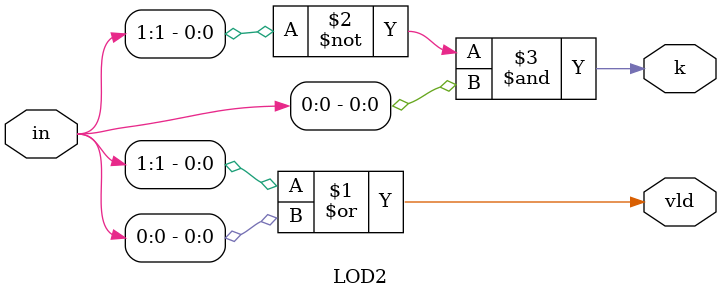
<source format=v>
module LOD2(vld, k, in);
input [1:0] in;
output vld, k;

or (vld, in[1], in[0]);
and (k, ~in[1], in[0]);

endmodule

</source>
